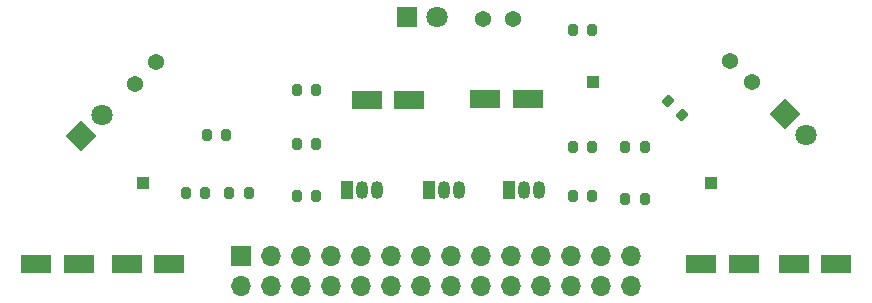
<source format=gbr>
%TF.GenerationSoftware,KiCad,Pcbnew,(7.0.0)*%
%TF.CreationDate,2024-04-01T18:59:34+02:00*%
%TF.ProjectId,Sensing_Subsystem,53656e73-696e-4675-9f53-756273797374,rev?*%
%TF.SameCoordinates,Original*%
%TF.FileFunction,Soldermask,Top*%
%TF.FilePolarity,Negative*%
%FSLAX46Y46*%
G04 Gerber Fmt 4.6, Leading zero omitted, Abs format (unit mm)*
G04 Created by KiCad (PCBNEW (7.0.0)) date 2024-04-01 18:59:34*
%MOMM*%
%LPD*%
G01*
G04 APERTURE LIST*
G04 Aperture macros list*
%AMRoundRect*
0 Rectangle with rounded corners*
0 $1 Rounding radius*
0 $2 $3 $4 $5 $6 $7 $8 $9 X,Y pos of 4 corners*
0 Add a 4 corners polygon primitive as box body*
4,1,4,$2,$3,$4,$5,$6,$7,$8,$9,$2,$3,0*
0 Add four circle primitives for the rounded corners*
1,1,$1+$1,$2,$3*
1,1,$1+$1,$4,$5*
1,1,$1+$1,$6,$7*
1,1,$1+$1,$8,$9*
0 Add four rect primitives between the rounded corners*
20,1,$1+$1,$2,$3,$4,$5,0*
20,1,$1+$1,$4,$5,$6,$7,0*
20,1,$1+$1,$6,$7,$8,$9,0*
20,1,$1+$1,$8,$9,$2,$3,0*%
%AMRotRect*
0 Rectangle, with rotation*
0 The origin of the aperture is its center*
0 $1 length*
0 $2 width*
0 $3 Rotation angle, in degrees counterclockwise*
0 Add horizontal line*
21,1,$1,$2,0,0,$3*%
G04 Aperture macros list end*
%ADD10RoundRect,0.200000X-0.200000X-0.275000X0.200000X-0.275000X0.200000X0.275000X-0.200000X0.275000X0*%
%ADD11RoundRect,0.250000X-1.050000X-0.550000X1.050000X-0.550000X1.050000X0.550000X-1.050000X0.550000X0*%
%ADD12RoundRect,0.200000X0.200000X0.275000X-0.200000X0.275000X-0.200000X-0.275000X0.200000X-0.275000X0*%
%ADD13RoundRect,0.200000X-0.335876X-0.053033X-0.053033X-0.335876X0.335876X0.053033X0.053033X0.335876X0*%
%ADD14R,1.000000X1.000000*%
%ADD15RotRect,1.800000X1.800000X315.000000*%
%ADD16C,1.800000*%
%ADD17R,1.050000X1.500000*%
%ADD18O,1.050000X1.500000*%
%ADD19C,1.365000*%
%ADD20RotRect,1.800000X1.800000X45.000000*%
%ADD21R,1.700000X1.700000*%
%ADD22O,1.700000X1.700000*%
%ADD23R,1.800000X1.800000*%
G04 APERTURE END LIST*
D10*
%TO.C,R4*%
X222949000Y-74168000D03*
X224599000Y-74168000D03*
%TD*%
D11*
%TO.C,C5*%
X173079000Y-84074000D03*
X176679000Y-84074000D03*
%TD*%
D10*
%TO.C,R12*%
X187516000Y-73152000D03*
X189166000Y-73152000D03*
%TD*%
D12*
%TO.C,R11*%
X196786000Y-69342000D03*
X195136000Y-69342000D03*
%TD*%
D10*
%TO.C,R10*%
X189421000Y-78105000D03*
X191071000Y-78105000D03*
%TD*%
%TO.C,R9*%
X185738000Y-78105000D03*
X187388000Y-78105000D03*
%TD*%
%TO.C,R8*%
X218504000Y-64262000D03*
X220154000Y-64262000D03*
%TD*%
%TO.C,R7*%
X218504000Y-74168000D03*
X220154000Y-74168000D03*
%TD*%
D12*
%TO.C,R6*%
X195136000Y-78359000D03*
X196786000Y-78359000D03*
%TD*%
%TO.C,R5*%
X196786000Y-73914000D03*
X195136000Y-73914000D03*
%TD*%
D10*
%TO.C,R3*%
X218504000Y-78359000D03*
X220154000Y-78359000D03*
%TD*%
%TO.C,R2*%
X222949000Y-78613000D03*
X224599000Y-78613000D03*
%TD*%
D13*
%TO.C,R1*%
X227786363Y-71449363D03*
X226619637Y-70282637D03*
%TD*%
D11*
%TO.C,C6*%
X180731000Y-84074000D03*
X184331000Y-84074000D03*
%TD*%
%TO.C,C4*%
X214684000Y-70104000D03*
X211084000Y-70104000D03*
%TD*%
%TO.C,C3*%
X201059000Y-70231000D03*
X204659000Y-70231000D03*
%TD*%
%TO.C,C2*%
X229372000Y-84074000D03*
X232972000Y-84074000D03*
%TD*%
%TO.C,C1*%
X237214000Y-84074000D03*
X240814000Y-84074000D03*
%TD*%
D14*
%TO.C,TP1*%
X230250999Y-77215999D03*
%TD*%
D15*
%TO.C,D1*%
X236449417Y-71387601D03*
D16*
X238245469Y-73183653D03*
%TD*%
D14*
%TO.C,TP3*%
X182117999Y-77215999D03*
%TD*%
D17*
%TO.C,Q3*%
X206374999Y-77850999D03*
D18*
X207644999Y-77850999D03*
X208914999Y-77850999D03*
%TD*%
D19*
%TO.C,Q7*%
X231864857Y-66930041D03*
X233680000Y-68707000D03*
%TD*%
D20*
%TO.C,D3*%
X176897397Y-73254417D03*
D16*
X178693449Y-71458367D03*
%TD*%
D19*
%TO.C,Q4*%
X181483000Y-68834000D03*
X183259959Y-67018857D03*
%TD*%
D21*
%TO.C,J1*%
X190459999Y-83401999D03*
D22*
X190459999Y-85941999D03*
X192999999Y-83401999D03*
X192999999Y-85941999D03*
X195539999Y-83401999D03*
X195539999Y-85941999D03*
X198079999Y-83401999D03*
X198079999Y-85941999D03*
X200619999Y-83401999D03*
X200619999Y-85941999D03*
X203159999Y-83401999D03*
X203159999Y-85941999D03*
X205699999Y-83401999D03*
X205699999Y-85941999D03*
X208239999Y-83401999D03*
X208239999Y-85941999D03*
X210779999Y-83401999D03*
X210779999Y-85941999D03*
X213319999Y-83401999D03*
X213319999Y-85941999D03*
X215859999Y-83401999D03*
X215859999Y-85941999D03*
X218399999Y-83401999D03*
X218399999Y-85941999D03*
X220939999Y-83401999D03*
X220939999Y-85941999D03*
X223479999Y-83401999D03*
X223479999Y-85941999D03*
%TD*%
D19*
%TO.C,Q2*%
X210940000Y-63373000D03*
X213480000Y-63346000D03*
%TD*%
D14*
%TO.C,TP2*%
X220217999Y-68706999D03*
%TD*%
D17*
%TO.C,Q1*%
X213105999Y-77850999D03*
D18*
X214375999Y-77850999D03*
X215645999Y-77850999D03*
%TD*%
D17*
%TO.C,Q5*%
X199389999Y-77850999D03*
D18*
X200659999Y-77850999D03*
X201929999Y-77850999D03*
%TD*%
D23*
%TO.C,D2*%
X204469999Y-63218999D03*
D16*
X207010000Y-63219000D03*
%TD*%
M02*

</source>
